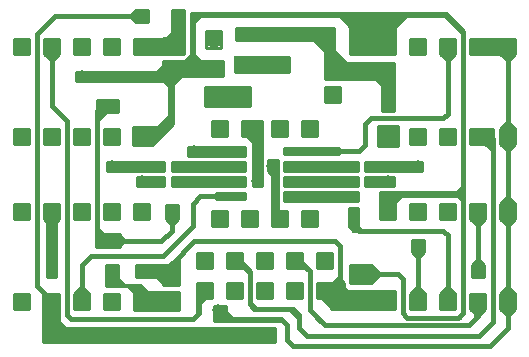
<source format=gtl>
*%FSLAX55Y55*%
*%MOMM*%
G01*
%ADD11C,0.02540*%
%ADD12C,0.15240*%
%ADD13C,0.17780*%
%ADD14C,0.18627*%
%ADD15C,0.25400*%
%ADD16C,0.38100*%
%ADD17C,1.01600*%
%ADD18C,1.21920*%
%ADD19C,1.39700*%
%ADD20C,1.52400*%
%ADD21C,1.60020*%
%ADD22C,1.72720*%
%ADD23C,1.77800*%
%ADD24C,2.03200*%
%ADD25O,2.54000X0.60960*%
%ADD26O,2.54000X0.63500*%
%ADD27O,2.74320X0.81280*%
%ADD28O,2.74320X0.83820*%
%ADD29R,0.25400X0.25400*%
%ADD30R,0.25400X0.25400*%
%ADD31R,0.27652X0.27652*%
%ADD32R,0.38100X0.38100*%
%ADD33R,0.38100X0.38100*%
%ADD34R,0.50800X0.50800*%
%ADD35R,0.50800X0.50800*%
%ADD36R,0.63500X0.63500*%
%ADD37R,0.76200X0.76200*%
%ADD38R,0.76200X0.76200*%
%ADD39R,0.76200X0.76200*%
%ADD40R,0.88900X0.88900*%
%ADD41R,0.88900X0.88900*%
%ADD42R,0.93723X0.93723*%
%ADD43R,0.96520X0.96520*%
%ADD44R,0.98497X0.98497*%
%ADD45R,1.01600X1.01600*%
%ADD46R,1.01600X1.01600*%
%ADD47R,1.01600X1.01600*%
%ADD48R,1.14300X1.14300*%
%ADD49R,1.27000X1.27000*%
%ADD50R,1.27000X1.27000*%
%ADD51R,1.27000X1.52400*%
%ADD52R,1.27000X1.27000*%
%ADD53R,1.39700X1.39700*%
%ADD54R,1.39700X1.39700*%
%ADD55R,1.39700X1.39700*%
%ADD56R,1.39700X1.39700*%
%ADD57R,1.47320X1.72720*%
%ADD58R,1.52400X1.52400*%
%ADD59R,1.60020X1.60020*%
%ADD60R,1.65100X1.65100*%
%ADD61R,1.65100X1.65100*%
%ADD62R,2.03200X2.03200*%
%ADD63R,2.54000X2.54000*%
D15*
X24879300Y21056600D02*
X25260300D01*
X24879300D02*
Y20891500D01*
X25260300D01*
Y21056600D01*
X24676100Y21145500D02*
X24638000Y21107400D01*
Y21145500D01*
X25031700D01*
Y21272500D01*
X24955500D01*
X24790400Y21602700D02*
X24841200Y21653500D01*
X24815800D02*
X24790400Y21628100D01*
Y21323300D02*
X24841200Y21272500D01*
X24765000Y21323300D02*
X24714200Y21272500D01*
X24739600D02*
X24765000Y21297900D01*
X24790400D02*
X24815800Y21272500D01*
X24790400D02*
Y21653500D01*
X25107900D01*
X24765000Y21678900D02*
Y21272500D01*
Y21678900D02*
X25107900D01*
X24599900Y21513800D02*
X24549100Y21463000D01*
X24574500D02*
X24599900Y21488400D01*
X24701500Y21336000D02*
X24282400D01*
X24701500D02*
Y21704300D01*
X24599900D01*
Y21463000D01*
X24282400D01*
X25133300Y21183600D02*
X25590500D01*
Y21310600D02*
X25133300D01*
X25590500D02*
Y21183600D01*
X27254200Y20574000D02*
X27317700Y20510500D01*
Y20535900D02*
X27279600Y20574000D01*
X27317700D02*
Y20701000D01*
X27254200D01*
Y20574000D02*
X27317700D01*
X26174700Y19875500D02*
X26162000Y19888200D01*
Y19977100D01*
X26111200Y19888200D02*
X26149300Y19850100D01*
X26111200Y19888200D02*
Y19964400D01*
X26136600Y19837400D02*
X26581100D01*
X26136600D02*
X26098500Y19875500D01*
Y20027900D01*
X26174700Y19875500D02*
X26212800Y19837400D01*
X26174700Y19875500D02*
Y20027900D01*
X26098500D01*
X25019000Y21526500D02*
X24892000D01*
X25019000D02*
Y21386800D01*
X24892000D01*
Y21526500D01*
X24955500Y21272500D02*
X24523700D01*
Y21234400D02*
X24472900Y21183600D01*
X24498300D02*
X24523700Y21209000D01*
Y21196300D02*
Y21272500D01*
X27038300Y19100800D02*
X27076400Y19138900D01*
Y21526500D01*
X26924000Y21678900D01*
X25107900D01*
X24561800Y21107400D02*
X23787100D01*
Y21183600D02*
X24523700D01*
X26123900Y21653500D02*
X26924000D01*
X26123900D02*
X25107900D01*
X24663400Y19532600D02*
X24536400D01*
X24663400D02*
Y19380200D01*
X24536400D01*
Y19532600D01*
Y19316700D02*
X24663400D01*
Y19164300D01*
X24536400D01*
Y19316700D01*
X24815800Y19392900D02*
X24942800D01*
Y19265900D01*
X24815800D02*
Y19392900D01*
Y19265900D02*
X24942800D01*
X25196800D02*
Y19392900D01*
Y19265900D02*
X25069800D01*
Y19392900D01*
X25196800D01*
Y19519900D02*
Y19646900D01*
Y19519900D02*
X25069800D01*
Y19646900D01*
X25196800D01*
X24942800D02*
Y19519900D01*
X24815800D01*
Y19646900D01*
X24942800D01*
X25450800D02*
Y19519900D01*
X25323800D01*
Y19646900D01*
X25450800D01*
Y19392900D02*
Y19265900D01*
X25323800D01*
Y19392900D01*
X25450800D01*
X25704800Y19519900D02*
Y19646900D01*
Y19519900D02*
X25577800D01*
Y19646900D01*
X25704800D01*
Y19392900D02*
Y19265900D01*
X25577800D01*
Y19392900D01*
X25704800D01*
X25958800Y19519900D02*
Y19646900D01*
Y19519900D02*
X25831800D01*
Y19646900D01*
X25958800D01*
Y19392900D02*
Y19265900D01*
X25831800D01*
Y19392900D01*
X25958800D01*
X25831800Y19875500D02*
Y20002500D01*
Y19875500D02*
X25704800D01*
Y20002500D01*
X25831800D01*
X25577800D02*
Y19875500D01*
X25450800D01*
Y20002500D01*
X25323800D02*
Y19875500D01*
X25196800D01*
Y20002500D01*
X25323800D01*
X25069800D02*
Y19875500D01*
X24942800D01*
Y20002500D01*
X25069800D01*
Y20637500D02*
Y20764500D01*
Y20637500D02*
X24942800D01*
Y20764500D01*
X25069800D01*
X25196800D02*
Y20637500D01*
X25577800D02*
Y20764500D01*
Y20637500D02*
X25450800D01*
Y20764500D01*
X25577800D01*
X25831800D02*
Y20637500D01*
X25704800D01*
Y20764500D01*
X25831800D01*
X26746200Y20701000D02*
Y20574000D01*
X26619200D01*
Y20701000D01*
X26746200D01*
X27000200D02*
Y20574000D01*
X26873200D01*
Y20701000D01*
X27000200D01*
X27254200D02*
Y20574000D01*
X27127200D01*
Y20701000D01*
X27254200D01*
X27508200D02*
Y20574000D01*
X27381200D01*
Y20701000D01*
X27508200D01*
Y20066000D02*
Y19939000D01*
X27381200D01*
Y20066000D01*
X27508200D01*
X27254200D02*
Y19939000D01*
X27127200D01*
Y20066000D01*
X27254200D01*
X27000200D02*
Y19939000D01*
X26873200D01*
Y20066000D01*
X27000200D01*
X26746200D02*
Y19939000D01*
X26619200D01*
Y20066000D01*
X26746200D01*
X26492200Y19939000D02*
X26365200D01*
X27508200Y19304000D02*
Y19177000D01*
X27381200D01*
Y19304000D01*
X27508200D01*
X27254200D02*
Y19177000D01*
X27127200D01*
Y19304000D01*
X27254200D01*
X27000200D02*
Y19177000D01*
X26873200D01*
Y19304000D01*
X27000200D01*
X26746200D02*
Y19177000D01*
X26619200D01*
Y19304000D01*
X26746200D01*
X27508200Y21336000D02*
Y21463000D01*
X27127200D02*
Y21336000D01*
X27000200D02*
Y21463000D01*
Y21336000D02*
X26873200D01*
Y21463000D01*
X27000200D01*
X26746200D02*
Y21336000D01*
X26619200D01*
Y21463000D01*
X26746200D01*
X26492200D02*
Y21336000D01*
X23393400Y20066000D02*
Y19939000D01*
X23266400D01*
Y20066000D01*
X23393400D01*
X23647400D02*
Y19939000D01*
X23520400D01*
Y20066000D01*
X23647400D01*
X23901400D02*
Y19939000D01*
X23774400D01*
Y20066000D01*
X23901400D01*
X24155400D02*
Y19939000D01*
X24028400D01*
Y20066000D01*
X24155400D01*
X24409400D02*
Y19939000D01*
X24282400D01*
Y20066000D01*
X24409400D01*
X23393400Y19304000D02*
Y19177000D01*
X23266400D01*
Y19304000D01*
X23393400D01*
X23647400D02*
Y19177000D01*
Y19304000D02*
X23520400D01*
X23901400D02*
Y19177000D01*
X23774400D01*
Y19304000D01*
X23901400D01*
X24155400D02*
Y19177000D01*
X24028400D01*
Y19304000D01*
X24155400D01*
X24409400D02*
Y19177000D01*
X24282400D01*
Y19304000D01*
X24409400D01*
X24155400Y20574000D02*
Y20701000D01*
Y20574000D02*
X24028400D01*
Y20701000D01*
X24155400D01*
X23901400D02*
Y20574000D01*
X23774400D01*
Y20701000D01*
X23901400D01*
X23647400D02*
Y20574000D01*
X23520400D01*
Y20701000D01*
X23647400D01*
X23393400D02*
Y20574000D01*
X23266400D01*
Y20701000D01*
X23393400D01*
Y21336000D02*
Y21463000D01*
Y21336000D02*
X23266400D01*
Y21463000D01*
X23393400D01*
X23647400D02*
Y21336000D01*
X23520400D01*
Y21463000D01*
X23647400D01*
X23901400D02*
Y21336000D01*
X23774400D01*
Y21463000D01*
X23901400D01*
X24155400D02*
Y21336000D01*
X24028400D01*
Y21463000D01*
X24155400D01*
X24282400Y21336000D02*
X24409400D01*
X24282400D02*
Y21463000D01*
X26022300Y21310600D02*
Y21183600D01*
X25895300D01*
Y21310600D01*
X26022300D01*
Y21056600D02*
Y20929600D01*
X25895300D01*
Y21056600D01*
X26022300D01*
X25133300Y21183600D02*
Y21310600D01*
X25831800Y19100800D02*
X25895300Y19037300D01*
X26174700Y20091400D02*
Y20167600D01*
X25552400D02*
Y20091400D01*
Y20167600D02*
X26174700D01*
Y20091400D02*
X25552400D01*
X26174700Y20218400D02*
Y20294600D01*
X25552400D02*
Y20218400D01*
Y20294600D02*
X26174700D01*
Y20218400D02*
X25552400D01*
X26174700Y20345400D02*
Y20421600D01*
X25552400D02*
Y20345400D01*
Y20421600D02*
X26174700D01*
Y20345400D02*
X25552400D01*
X25222200D02*
Y20421600D01*
X24599900D02*
Y20345400D01*
Y20421600D02*
X25222200D01*
Y20345400D02*
X24599900D01*
X25222200Y20294600D02*
Y20218400D01*
X24599900D02*
Y20294600D01*
X25222200D01*
Y20218400D02*
X24599900D01*
X26238200D02*
Y20294600D01*
Y20218400D02*
X26479500D01*
Y20294600D01*
X26238200D01*
Y20345400D02*
Y20421600D01*
Y20345400D02*
X26720800D01*
Y20421600D01*
X26238200D01*
X24536400D02*
X24053800D01*
Y20345400D01*
X24536400D01*
Y20421600D01*
Y20294600D02*
X24307800D01*
Y20218400D01*
X24536400D01*
Y20294600D01*
X23787100Y21107400D02*
Y21183600D01*
X24561800Y21107400D02*
X24587200Y21082000D01*
X24612600Y21107400D01*
X24587200Y21056600D02*
X24536400Y21107400D01*
X24587200Y21056600D02*
X24638000Y21107400D01*
X25958800Y21348700D02*
X25996900Y21310600D01*
X26022300D02*
X25958800Y21374100D01*
X26111200Y21336000D02*
X26492200D01*
X26111200D02*
Y21463000D01*
X25984200Y21170900D02*
X25895300D01*
Y21310600D01*
X25984200Y21170900D02*
X26111200D01*
Y21120100D01*
X26238200D02*
Y21259800D01*
X26111200D01*
Y21170900D01*
Y21259800D02*
X26022300D01*
Y21310600D02*
X26073100Y21259800D01*
X26047700D02*
X26022300Y21285200D01*
X26085800Y21170900D02*
X26111200Y21145500D01*
Y21120100D02*
X26060400Y21170900D01*
X27127200Y21463000D02*
X27508200D01*
Y21336000D02*
X27127200D01*
X27444700Y21297900D02*
X27482800Y21336000D01*
X27508200D02*
X27444700Y21272500D01*
Y21297900D02*
X27406600Y21336000D01*
X27381200D02*
X27444700Y21272500D01*
Y20739100D02*
X27406600Y20701000D01*
X27444700Y20739100D02*
X27482800Y20701000D01*
X27444700Y20764500D02*
X27381200Y20701000D01*
X27444700Y20764500D02*
X27508200Y20701000D01*
X27406600Y20574000D02*
X27444700Y20535900D01*
X27482800Y20574000D01*
X27444700Y20510500D02*
X27381200Y20574000D01*
X27444700Y20510500D02*
X27508200Y20574000D01*
X27444700Y20091400D02*
X27419300Y20066000D01*
X27444700Y20091400D02*
X27470100Y20066000D01*
X27444700Y20116800D02*
X27393900Y20066000D01*
X27444700Y20116800D02*
X27495500Y20066000D01*
X27419300Y19939000D02*
X27444700Y19913600D01*
X27470100Y19939000D01*
X27444700Y19888200D02*
X27393900Y19939000D01*
X27444700Y19888200D02*
X27495500Y19939000D01*
X27444700Y19329400D02*
X27419300Y19304000D01*
X27444700Y19329400D02*
X27470100Y19304000D01*
X27444700Y19354800D02*
X27393900Y19304000D01*
X27444700Y19354800D02*
X27495500Y19304000D01*
X27419300Y19177000D02*
X27444700Y19151600D01*
X27470100Y19177000D01*
X27444700Y19126200D02*
X27393900Y19177000D01*
X27444700Y19126200D02*
X27495500Y19177000D01*
X27228800D02*
X27190700Y19138900D01*
X27152600Y19177000D01*
X26936700Y19329400D02*
X26911300Y19304000D01*
X26936700Y19329400D02*
X26962100Y19304000D01*
X26936700Y19354800D02*
X26885900Y19304000D01*
X26936700Y19354800D02*
X26987500Y19304000D01*
X26682700Y19329400D02*
X26657300Y19304000D01*
X26682700Y19329400D02*
X26708100Y19304000D01*
X26682700Y19354800D02*
X26631900Y19304000D01*
X26682700Y19354800D02*
X26733500Y19304000D01*
X26492200Y19939000D02*
Y20129500D01*
X27063700D01*
X27025600D02*
X27063700Y20091400D01*
Y20167600D02*
X26365200D01*
X26492200Y20104100D02*
X26517600Y20129500D01*
X26543000D02*
X26492200Y20078700D01*
X26365200Y20167600D02*
Y19939000D01*
X27038300Y20167600D02*
X27063700Y20193000D01*
Y20218400D02*
X27012900Y20167600D01*
X25501600Y20002500D02*
Y20434300D01*
X25412700D01*
Y20345400D01*
X25501600Y20002500D02*
X25577800D01*
X25450800Y20307300D02*
X25412700Y20345400D01*
X25450800Y20307300D02*
Y19875500D01*
Y20307300D02*
Y20434300D01*
X25285700Y20637500D02*
Y20218400D01*
X25361900D01*
Y20764500D01*
X25196800D01*
Y20637500D02*
X25285700D01*
X25260300D02*
X25285700Y20612100D01*
Y20586700D02*
X25234900Y20637500D01*
X25222200Y20154900D02*
Y20104100D01*
Y20154900D02*
X24980900D01*
Y20104100D01*
X25222200D01*
X24980900Y20154900D02*
X24955500Y20129500D01*
X24980900Y20104100D01*
X24790400Y20548600D02*
X25222200D01*
X24803100D02*
X24739600D01*
Y20472400D01*
X25222200D01*
Y20548600D01*
X25552400Y20535900D02*
X26009600D01*
X25552400D02*
Y20485100D01*
X26009600D01*
Y20535900D01*
X26035000Y20510500D01*
X26009600Y20485100D01*
X26111200Y19545300D02*
Y19392900D01*
X26289000D01*
Y19545300D01*
X26111200D01*
X26289000Y19494500D02*
X26314400Y19469100D01*
X26289000Y19443700D01*
X26339800Y19469100D02*
X26289000Y19519900D01*
X26339800Y19469100D02*
X26289000Y19418300D01*
X26111200Y19177000D02*
X26492200D01*
Y19329400D02*
X26111200D01*
X26492200D02*
Y19177000D01*
X25958800D02*
Y19265900D01*
Y19177000D02*
X26111200D01*
Y19329400D02*
X26060400D01*
Y19392900D01*
X25958800D01*
X26060400Y19354800D02*
X26085800Y19329400D01*
X25958800Y19240500D02*
X25933400Y19265900D01*
X25908000D02*
X25958800Y19215100D01*
X26060400Y19392900D02*
X26022300Y19431000D01*
X25984200Y19392900D01*
X25742634Y19519900D02*
X25704800D01*
Y19570700D02*
Y19583400D01*
Y19570700D02*
X25768300Y19507200D01*
X25057100Y19202400D02*
X25006300D01*
X24968200D02*
X25057100D01*
X24968200D02*
Y19075400D01*
X25095200D01*
X25057100Y19113500D02*
Y19202400D01*
X25095200Y19075400D02*
X25539700D01*
X25120600Y19088100D02*
X25057100Y19151600D01*
X24815800Y19126200D02*
Y19265900D01*
X24828500Y19240500D02*
X24853900Y19265900D01*
X24879300D02*
X24828500Y19215100D01*
X25069800Y19519900D02*
X25222200D01*
X25196800Y19545300D02*
Y19558000D01*
Y19545300D02*
X25260300Y19481800D01*
X25196800Y19570700D02*
Y19583400D01*
Y19570700D02*
Y19545300D01*
X24142700D02*
X24091900D01*
X24041100D01*
Y19367500D01*
X24295100Y19494500D02*
Y19532600D01*
X24536400D01*
X24295100Y19494500D02*
Y19443700D01*
X24536400D01*
X24511000D02*
X24536400Y19418300D01*
Y19392900D02*
X24485600Y19443700D01*
X23622000D02*
X23583900D01*
X23622000D02*
Y19939000D01*
X23583900Y19443700D02*
X23545800D01*
Y19939000D01*
X23520400D02*
X23545800Y19913600D01*
X23622000D02*
X23647400Y19939000D01*
X24091900Y19799300D02*
Y19748500D01*
X24003000Y19799300D02*
X23964900Y19837400D01*
Y19862800D02*
X24028400Y19799300D01*
X24155400Y19786600D02*
X24168100D01*
X24206200Y19748500D01*
X24193500D01*
X24549100Y20053300D02*
X24599900D01*
X24549100D02*
Y19951700D01*
X24650700D01*
Y20053300D01*
X24549100D01*
X24561800Y19951700D02*
X24599900Y19913600D01*
X24638000Y19951700D01*
X24549100D02*
Y19939000D01*
X24599900Y19888200D01*
X24650700Y19939000D02*
Y19951700D01*
Y19939000D02*
X24599900Y19888200D01*
X24193500Y19748500D02*
X24155400Y19710400D01*
X24396700Y21653500D02*
Y21704300D01*
X24295100D01*
Y21602700D01*
X24396700D01*
Y21704300D01*
X24295100Y21678900D02*
X24269700Y21653500D01*
X24295100Y21628100D01*
X24244300Y21653500D02*
X24295100Y21704300D01*
X24244300Y21653500D02*
X24295100Y21602700D01*
X25146000Y21450300D02*
X25285700D01*
X26238200Y21120100D02*
X26377900D01*
Y20853400D01*
X26479500D01*
Y21259800D01*
X26238200D01*
X26352500Y21120100D02*
X26377900Y21094700D01*
Y21069300D02*
X26327100Y21120100D01*
X27165300Y19939000D02*
X27190700Y19913600D01*
X27216100Y19939000D01*
X27190700Y19888200D02*
X27139900Y19939000D01*
X27190700Y19888200D02*
X27241500Y19939000D01*
Y19545300D02*
Y19443700D01*
Y19545300D02*
X27139900D01*
Y19443700D01*
X27241500D01*
X27165300Y19545300D02*
X27190700Y19570700D01*
X27216100Y19545300D01*
X27190700Y19596100D02*
X27139900Y19545300D01*
X27190700Y19596100D02*
X27241500Y19545300D01*
X26733500Y19659600D02*
Y19761200D01*
Y19659600D02*
X26631900D01*
Y19761200D01*
X26733500D01*
X26657300Y19659600D02*
X26682700Y19634200D01*
X26708100Y19659600D01*
X26682700Y19608800D02*
X26631900Y19659600D01*
X26682700Y19608800D02*
X26733500Y19659600D01*
X26682700Y19367500D02*
X26619200Y19304000D01*
X26682700Y19367500D02*
X26746200Y19304000D01*
X26873200D02*
X26936700Y19367500D01*
X27000200Y19304000D01*
X27127200Y19177000D02*
X27190700Y19113500D01*
X27254200Y19177000D01*
X27167681Y19136519D02*
Y19090481D01*
X27381200Y19304000D02*
X27444700Y19367500D01*
X27508200Y19304000D01*
X27381200Y19177000D02*
X27444700Y19113500D01*
X27508200Y19177000D01*
X27444700Y19875500D02*
X27381200Y19939000D01*
X27444700Y19875500D02*
X27508200Y19939000D01*
X27381200Y20066000D02*
X27444700Y20129500D01*
X27508200Y20066000D01*
X26936700Y21297900D02*
X26898600Y21336000D01*
X26936700Y21297900D02*
X26974800Y21336000D01*
X26936700Y21272500D02*
X26873200Y21336000D01*
X26936700Y21272500D02*
X27000200Y21336000D01*
X25476200Y19011900D02*
Y18897600D01*
X23837900Y19329400D02*
X23812500Y19304000D01*
X23837900Y19329400D02*
X23863300Y19304000D01*
X23837900Y19354800D02*
X23787100Y19304000D01*
X23837900Y19354800D02*
X23888700Y19304000D01*
X23837900Y19367500D02*
X23774400Y19304000D01*
X23837900Y19367500D02*
X23901400Y19304000D01*
X24142700Y19405600D02*
X24180800Y19367500D01*
X24206200D02*
X24142700Y19431000D01*
X24282400Y19380200D02*
Y19304000D01*
Y19342100D02*
X24257000Y19367500D01*
X24231600D02*
X24282400Y19316700D01*
X24333200Y19380200D02*
X24409400Y19304000D01*
X24333200Y19380200D02*
X24168100D01*
X24333200D01*
X24345900Y19367500D02*
X24041100D01*
X24142700D02*
Y19545300D01*
X24345900Y19367500D02*
Y19329400D01*
X24536400Y19507200D02*
X24599900Y19570700D01*
X24663400Y19532600D02*
Y19621500D01*
X24642083Y19600183D02*
Y19541217D01*
X24624544Y19533356D02*
Y19582644D01*
X24472900Y19443700D02*
X24536400Y19380200D01*
X24574500Y19545300D02*
X24295100D01*
Y19532600D01*
X24396700Y19316700D02*
X24536400D01*
Y19164300D02*
X24282400D01*
Y19177000D01*
X24955500Y19202400D02*
X24968200D01*
X24955500D02*
Y19075400D01*
X24968200D01*
X24142700Y20891500D02*
Y20942300D01*
X23964900D01*
X24142700Y20891500D02*
Y20840700D01*
X23964900D01*
Y20789900D02*
X24015700Y20840700D01*
X24041100D02*
X23964900Y20764500D01*
Y20942300D01*
X23583900Y21310600D02*
X23558500Y21336000D01*
X23583900Y21310600D02*
X23609300Y21336000D01*
X23583900Y21285200D02*
X23533100Y21336000D01*
X23583900Y21285200D02*
X23634700Y21336000D01*
X23583900Y21272500D02*
X23520400Y21336000D01*
X23583900Y21272500D02*
X23647400Y21336000D01*
X25285700Y21450300D02*
X25806400D01*
X25895300Y21361400D01*
Y21310600D01*
X25971500Y21551900D02*
X25146000D01*
X25971500D02*
Y21297900D01*
X25146000Y21450300D02*
Y21551900D01*
X25806400Y21450300D02*
X25895300D01*
X25844500D02*
Y21437600D01*
X25895300Y21386800D01*
X25908000Y21399500D02*
X25857200Y21450300D01*
X25882600D02*
X25908000Y21424900D01*
X25895300Y21120100D02*
X26111200D01*
X25895300D02*
Y21170900D01*
X26111200Y21463000D02*
Y21653500D01*
X26492200D02*
Y21463000D01*
X26111200Y21615400D02*
X26073100Y21653500D01*
X26047700D02*
X26111200Y21590000D01*
Y21564600D02*
X26022300Y21653500D01*
X26492200Y21615400D02*
X26530300Y21653500D01*
X26555700D02*
X26492200Y21590000D01*
Y21564600D02*
X26581100Y21653500D01*
X24472900Y20701000D02*
X24409400Y20637500D01*
Y20612100D02*
X24498300Y20701000D01*
X24485600Y20713700D02*
X24396700D01*
X24485600D02*
X24587200Y20815300D01*
X24396700Y20713700D02*
X24282400D01*
X24269700D01*
Y20561300D01*
X24422100D01*
X24434800D01*
X24612600Y20739100D01*
Y21107400D01*
X24422100Y20574000D02*
X24409400D01*
X24422100D02*
X24612600Y20764500D01*
X24422100Y20599400D02*
X24409400D01*
X24422100D02*
X24612600Y20789900D01*
X27127200Y19939000D02*
X27190700Y19875500D01*
X27254200Y19939000D01*
X25196800Y19570700D02*
Y19545300D01*
X25260300Y19481800D01*
X25196800Y19570700D02*
Y19596100D01*
Y19570700D02*
X25260300Y19507200D01*
Y19481800D01*
Y19507200D02*
Y19215100D01*
X25273000Y19494500D02*
X25260300Y19507200D01*
X25273000Y19494500D02*
Y19215100D01*
Y19227800D02*
X25323800Y19177000D01*
X25603200Y19164300D02*
X25679400Y19088100D01*
X25882600Y19265900D02*
X25958800Y19189700D01*
X25869900Y19265900D02*
X25857200D01*
X25869900D02*
X25958800Y19177000D01*
Y19392900D02*
X26022300Y19456400D01*
X26289000Y19545300D02*
X26365200Y19469100D01*
X26289000Y19392900D01*
X23647400Y19177000D02*
Y19062700D01*
X23698200Y19011900D01*
X23647400D02*
Y19062700D01*
Y19011900D02*
X25476200D01*
Y18897600D02*
X23507700D01*
X23647400Y19037300D02*
X23672800Y19011900D01*
X23507700Y18897600D02*
Y19316700D01*
D16*
X25768300Y19164300D02*
X25895300Y19037300D01*
X25768300Y19164300D02*
Y19215100D01*
X25742900Y18948400D02*
X27203400D01*
X25742900D02*
X25679400Y19011900D01*
Y19126200D01*
X25628600Y19177000D02*
X25298400D01*
X25107900Y20256500D02*
X24638000D01*
Y20383500D02*
X25107900D01*
X24523700Y19621500D02*
X23914100D01*
X23837900Y19545300D01*
Y19240500D01*
X25666700Y20129500D02*
X26136600D01*
Y20256500D02*
X25666700D01*
Y20383500D02*
X26136600D01*
X24828500Y19329400D02*
Y19138900D01*
X24777700Y19088100D01*
X23749000D02*
X23710900Y19126200D01*
X23583900Y20942300D02*
Y21399500D01*
Y20942300D02*
Y20891500D01*
X23710900Y20764500D01*
X26936700Y20828000D02*
Y21399500D01*
Y20828000D02*
X26898600Y20789900D01*
X26289000D01*
X26238200Y20739100D01*
Y20561300D01*
X26187400Y20510500D01*
X25666700D01*
X26898600Y19837400D02*
X26936700Y19799300D01*
X26898600Y19837400D02*
X26187400D01*
X26936700Y19799300D02*
Y19240500D01*
X26136600Y19888200D02*
Y19989800D01*
Y19888200D02*
X26187400Y19837400D01*
X25260300Y19481800D02*
X25222200Y19519900D01*
X27190700Y19494500D02*
Y20002500D01*
X26682700Y19710400D02*
Y19240500D01*
X25768300Y19494500D02*
X25730200Y19532600D01*
X25641300D01*
X24091900Y19748500D02*
X24003000D01*
X23964900Y19786600D02*
Y20447000D01*
Y19786600D02*
X24003000Y19748500D01*
X24345900Y21653500D02*
X23609300D01*
X23456900Y21501100D01*
X26974800Y21602700D02*
X27063700Y21513800D01*
Y20243800D01*
X26974800Y21602700D02*
X26924000Y21653500D01*
X26517600Y19469100D02*
X26162000D01*
X24599900Y19240500D02*
X24345900D01*
X25984200Y21183600D02*
X25958800Y21209000D01*
X25984200Y21183600D02*
X26174700D01*
X26352500Y20713700D02*
X26504900D01*
X25958800Y21209000D02*
Y21247100D01*
X26504900Y20713700D02*
Y20561300D01*
X26352500D02*
Y20713700D01*
Y20561300D02*
X26504900D01*
X25984200Y19748500D02*
X26022300Y19710400D01*
X25984200Y19748500D02*
X24790400D01*
X24599900Y19558000D01*
Y19456400D01*
X24384000D02*
X24345900Y19494500D01*
X23964900Y20447000D02*
Y20853400D01*
X23456900Y21501100D02*
Y19367500D01*
X23583900Y19240500D01*
X23710900Y19126200D02*
Y20764500D01*
X24599900Y20002500D02*
Y19837400D01*
X24511000Y19748500D01*
X24091900D01*
X24841200Y20129500D02*
X25107900D01*
X24841200D02*
X24777700Y20066000D01*
Y19875500D01*
X24523700Y19621500D01*
X27292300Y20637500D02*
X27317700Y20612100D01*
X27292300Y20637500D02*
X27190700D01*
X27444700Y19011900D02*
X27292300Y18859500D01*
X27444700Y19011900D02*
Y21399500D01*
X25628600Y19177000D02*
X25679400Y19126200D01*
X25577800Y19037300D02*
X25527000Y19088100D01*
X25082500D01*
X25006300Y19164300D01*
X27203400Y18948400D02*
X27317700Y19062700D01*
Y20612100D01*
X25577800Y19037300D02*
Y18910300D01*
X25628600Y18859500D01*
X27292300D01*
X27114500Y19037300D02*
X25895300D01*
X26517600Y19469100D02*
X26555700Y19431000D01*
X27190700Y19240500D02*
Y19113500D01*
X27114500Y19037300D01*
X25895300D02*
X25831800Y19100800D01*
X24409400Y20574000D02*
Y20701000D01*
Y20574000D02*
X24282400D01*
Y20701000D01*
X24409400D01*
X26555700Y19431000D02*
Y19138900D01*
X26593800Y19100800D01*
X27025600D01*
X27063700Y19138900D01*
Y20243800D01*
X25298400Y19177000D02*
X25260300Y19215100D01*
X24587200Y20789900D02*
Y21183600D01*
X24498300Y20701000D02*
X24409400D01*
X24498300D02*
X24587200Y20789900D01*
X24434800Y20701000D02*
X24409400Y20675600D01*
X26022300Y19710400D02*
Y19392900D01*
X25768300Y19494500D02*
Y19215100D01*
X25260300D02*
Y19481800D01*
X24777700Y19088100D02*
X23749000D01*
X23964900Y19799300D02*
X24091900D01*
X24155400D01*
Y19710400D01*
X23964900D01*
Y19786600D01*
D17*
X25539700Y21259800D02*
D03*
X25323800Y20256500D02*
D03*
X24790400Y20510500D02*
D03*
X24091900Y20383500D02*
D03*
X24345900Y20256500D02*
D03*
X23583900Y19494500D02*
D03*
X26682700Y20383500D02*
D03*
X26428700Y20256500D02*
D03*
X24993600Y19164300D02*
D03*
X27190700Y19494500D02*
D03*
X26682700Y19710400D02*
D03*
X24091900Y20891500D02*
D03*
Y19748500D02*
D03*
X25425400Y18973800D02*
D03*
X24345900Y21666200D02*
D03*
X23837900Y21145500D02*
D03*
X24091900Y19494500D02*
D03*
X25450800Y20383500D02*
D03*
X26428700Y20891500D02*
D03*
X24650700Y21653500D02*
D03*
X25196800Y21501100D02*
D03*
X24345900Y19494500D02*
D03*
X24599900Y20002500D02*
D03*
D19*
X25958800Y20993100D02*
D03*
X25196800D02*
D03*
X27444700Y20637500D02*
D03*
Y21399500D02*
D03*
X26936700D02*
D03*
Y20637500D02*
D03*
X27190700Y21399500D02*
D03*
X26682700Y20637500D02*
D03*
X27190700D02*
D03*
X26428700Y21399500D02*
D03*
X25958800Y21247100D02*
D03*
X26682700Y21399500D02*
D03*
X25006300Y19939000D02*
D03*
X25260300Y20701000D02*
D03*
Y19939000D02*
D03*
X25514300D02*
D03*
X25768300Y20701000D02*
D03*
X25006300D02*
D03*
X25514300D02*
D03*
X26682700Y19240500D02*
D03*
X26936700D02*
D03*
X27190700D02*
D03*
X27444700D02*
D03*
Y20002500D02*
D03*
X27190700D02*
D03*
X26936700D02*
D03*
X26682700D02*
D03*
X26428700D02*
D03*
X24091900D02*
D03*
X23837900D02*
D03*
X23583900D02*
D03*
X23329900D02*
D03*
Y19240500D02*
D03*
X23583900D02*
D03*
X23837900D02*
D03*
X24091900D02*
D03*
X24345900D02*
D03*
Y20637500D02*
D03*
X24091900Y21399500D02*
D03*
Y20637500D02*
D03*
X23583900D02*
D03*
Y21399500D02*
D03*
X23837900Y20637500D02*
D03*
Y21399500D02*
D03*
X23329900Y20637500D02*
D03*
Y21399500D02*
D03*
D20*
X24955500Y21463000D02*
D03*
Y20955000D02*
D03*
Y21209000D02*
D03*
X25133300Y19329400D02*
D03*
X25387300D02*
D03*
X24879300Y19583400D02*
D03*
X25133300D02*
D03*
X25387300D02*
D03*
X25641300D02*
D03*
X25895300D02*
D03*
X25641300Y19329400D02*
D03*
X25895300D02*
D03*
D25*
X25666700Y20510500D02*
D03*
D26*
Y20383500D02*
D03*
Y20256500D02*
D03*
Y20129500D02*
D03*
X25107900D02*
D03*
Y20256500D02*
D03*
Y20383500D02*
D03*
Y20510500D02*
D03*
D29*
X24777700Y21285200D02*
Y21666200D01*
D30*
X24777700D02*
X26035000D01*
D32*
X26511250Y20148550D02*
X27031950D01*
X24364950Y19323050D02*
X24301450D01*
X24288750Y19348450D02*
X24326850D01*
D35*
X25476200Y19900900D02*
Y20408900D01*
D36*
X27285950Y20605750D02*
Y20656550D01*
X26079450Y19297650D02*
Y19208750D01*
X26066750Y21151850D02*
X25927050D01*
D37*
X24638000Y20256500D02*
D03*
X24498300D02*
D03*
X24638000Y20383500D02*
D03*
X24498300D02*
D03*
X26276300D02*
D03*
X26136600D02*
D03*
Y19989800D02*
D03*
Y20129500D02*
D03*
X26276300Y20256500D02*
D03*
X26136600D02*
D03*
D38*
X25184100Y20510500D02*
X24777700D01*
X25590500Y20129500D02*
X26136600D01*
Y20256500D02*
X25590500D01*
Y20383500D02*
X26136600D01*
X25184100D02*
X24638000D01*
Y20256500D02*
X25184100D01*
X26276300Y20383500D02*
X26682700D01*
X26441400Y20256500D02*
X26276300D01*
X24498300Y20383500D02*
X24091900D01*
X24345900Y20256500D02*
X24498300D01*
X24485600Y21145500D02*
X23837900D01*
X26060400Y21221700D02*
X26073100D01*
X23583900Y20027900D02*
Y19481800D01*
X25933400Y21348700D02*
Y21513800D01*
D39*
X25323800Y20726400D02*
Y20256500D01*
D40*
X25012650Y19157950D02*
Y19119850D01*
X24491950Y19488150D02*
X24339550D01*
D41*
X24110950Y19754850D02*
X24009350D01*
D45*
X24599900Y20002500D02*
D03*
X24345900Y21653500D02*
D03*
D46*
X24650700D02*
Y21513800D01*
X26009600Y19342100D02*
Y19227800D01*
X26428700Y20904200D02*
Y21069300D01*
X27190700Y19494500D02*
D03*
X26682700Y19710400D02*
D03*
X24091900Y19494500D02*
Y19418300D01*
X24091900Y20891500D02*
X24015700D01*
D47*
X25196800Y21501100D02*
X25857200D01*
D48*
X25419050Y18954750D02*
X23564850D01*
D49*
X26428700Y20002500D02*
Y20104100D01*
D50*
X24968200Y21209000D02*
X24701500D01*
X24638000Y21399500D02*
X24345900D01*
X25196800Y21247100D02*
X25527000D01*
X24955500Y21463000D02*
Y21475700D01*
X27190700Y21399500D02*
X27444700D01*
D51*
X24599900Y19240500D02*
D03*
Y19456400D02*
D03*
X24587200Y21183600D02*
D03*
Y21399500D02*
D03*
X26174700D02*
D03*
Y21183600D02*
D03*
X26162000Y19469100D02*
D03*
Y19253200D02*
D03*
D52*
X25133300Y19329400D02*
D03*
Y19583400D02*
D03*
X24879300D02*
D03*
X25387300D02*
D03*
Y19329400D02*
D03*
X25641300Y19583400D02*
D03*
Y19329400D02*
D03*
X25895300Y19583400D02*
D03*
Y19329400D02*
D03*
X25768300Y19939000D02*
D03*
X25260300D02*
D03*
X25006300D02*
D03*
Y20701000D02*
D03*
X25260300D02*
D03*
X25514300D02*
D03*
X25768300D02*
D03*
X26682700Y20637500D02*
D03*
X26936700D02*
D03*
X27190700D02*
D03*
X27444700D02*
D03*
Y20002500D02*
D03*
X27190700D02*
D03*
X26936700D02*
D03*
X26682700D02*
D03*
X27444700Y19240500D02*
D03*
X27190700D02*
D03*
X26936700D02*
D03*
X26682700D02*
D03*
X26936700Y21399500D02*
D03*
X26682700D02*
D03*
X23329900Y20002500D02*
D03*
X23583900D02*
D03*
X23837900D02*
D03*
X24091900D02*
D03*
X24345900D02*
D03*
X23329900Y19240500D02*
D03*
X23837900D02*
D03*
X24091900D02*
D03*
X24345900D02*
D03*
Y20637500D02*
D03*
X24091900D02*
D03*
X23837900D02*
D03*
X23583900D02*
D03*
X23329900D02*
D03*
Y21399500D02*
D03*
X23583900D02*
D03*
X23837900D02*
D03*
X24091900D02*
D03*
X24345900D02*
D03*
X25958800Y21247100D02*
D03*
Y20993100D02*
D03*
D53*
X24466550Y19246851D02*
Y19234150D01*
D54*
X25196800Y21247100D02*
D03*
X24879300Y19329400D02*
D03*
X26428700Y20637500D02*
D03*
X25768300Y19939000D02*
D03*
X26428700Y19240500D02*
D03*
X24345900Y20002500D02*
D03*
Y21399500D02*
D03*
D55*
X26308050Y21189950D02*
X26409650D01*
D56*
X23577550Y19221450D02*
Y18967450D01*
D58*
X26187400Y19469100D02*
X26212800D01*
X26187400Y19253200D02*
X26416000D01*
D61*
X25177750Y20974050D02*
X24961850D01*
D63*
X26238200Y21463000D02*
X26365200D01*
Y21526500D01*
X26238200D01*
Y21463000D01*
D02*
M02*

</source>
